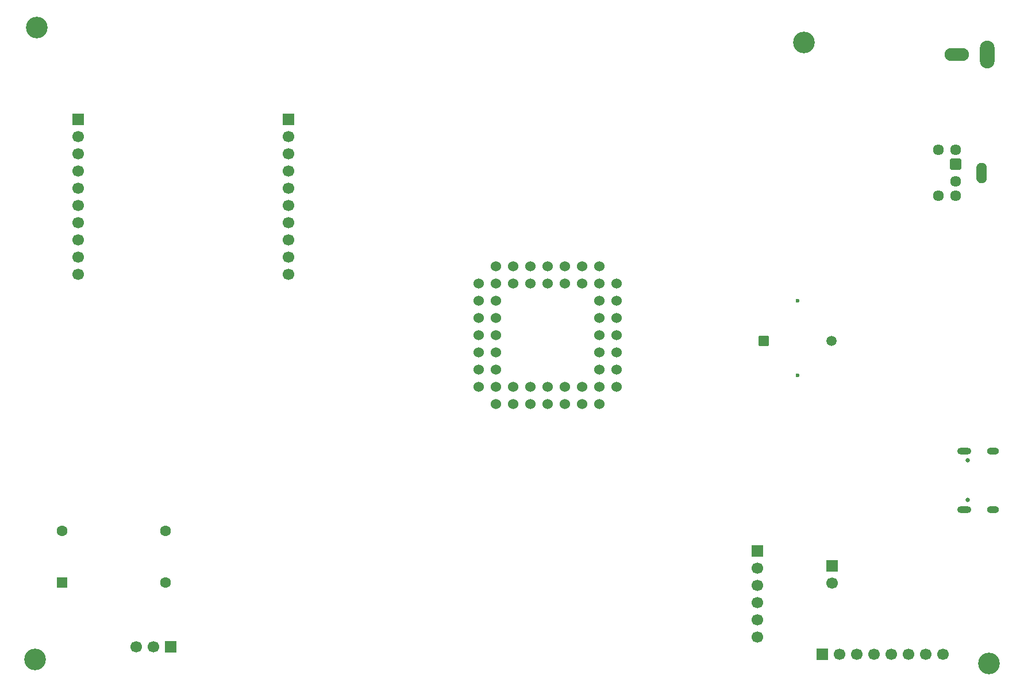
<source format=gbs>
G04 #@! TF.GenerationSoftware,KiCad,Pcbnew,9.0.1*
G04 #@! TF.CreationDate,2025-09-03T14:35:04-07:00*
G04 #@! TF.ProjectId,Project68,50726f6a-6563-4743-9638-2e6b69636164,rev?*
G04 #@! TF.SameCoordinates,Original*
G04 #@! TF.FileFunction,Soldermask,Bot*
G04 #@! TF.FilePolarity,Negative*
%FSLAX46Y46*%
G04 Gerber Fmt 4.6, Leading zero omitted, Abs format (unit mm)*
G04 Created by KiCad (PCBNEW 9.0.1) date 2025-09-03 14:35:04*
%MOMM*%
%LPD*%
G01*
G04 APERTURE LIST*
G04 Aperture macros list*
%AMRoundRect*
0 Rectangle with rounded corners*
0 $1 Rounding radius*
0 $2 $3 $4 $5 $6 $7 $8 $9 X,Y pos of 4 corners*
0 Add a 4 corners polygon primitive as box body*
4,1,4,$2,$3,$4,$5,$6,$7,$8,$9,$2,$3,0*
0 Add four circle primitives for the rounded corners*
1,1,$1+$1,$2,$3*
1,1,$1+$1,$4,$5*
1,1,$1+$1,$6,$7*
1,1,$1+$1,$8,$9*
0 Add four rect primitives between the rounded corners*
20,1,$1+$1,$2,$3,$4,$5,0*
20,1,$1+$1,$4,$5,$6,$7,0*
20,1,$1+$1,$6,$7,$8,$9,0*
20,1,$1+$1,$8,$9,$2,$3,0*%
G04 Aperture macros list end*
%ADD10C,0.010000*%
%ADD11R,1.700000X1.700000*%
%ADD12C,1.700000*%
%ADD13C,3.200000*%
%ADD14O,2.154000X4.104000*%
%ADD15O,3.604000X1.904000*%
%ADD16C,0.600000*%
%ADD17C,1.511200*%
%ADD18RoundRect,0.101600X0.654000X0.654000X-0.654000X0.654000X-0.654000X-0.654000X0.654000X-0.654000X0*%
%ADD19C,0.650000*%
%ADD20O,2.100000X1.000000*%
%ADD21O,1.800000X1.000000*%
%ADD22R,1.600000X1.600000*%
%ADD23C,1.600000*%
%ADD24C,1.524800*%
%ADD25RoundRect,0.102000X0.704000X-0.704000X0.704000X0.704000X-0.704000X0.704000X-0.704000X-0.704000X0*%
%ADD26C,1.612000*%
G04 APERTURE END LIST*
D10*
G04 #@! TO.C,J2*
X229433000Y-62971000D02*
X229471000Y-62974000D01*
X229508000Y-62979000D01*
X229545000Y-62986000D01*
X229581000Y-62994000D01*
X229617000Y-63005000D01*
X229652000Y-63017000D01*
X229687000Y-63032000D01*
X229721000Y-63048000D01*
X229753000Y-63066000D01*
X229785000Y-63085000D01*
X229816000Y-63107000D01*
X229846000Y-63129000D01*
X229874000Y-63154000D01*
X229902000Y-63179000D01*
X229927000Y-63207000D01*
X229952000Y-63235000D01*
X229974000Y-63265000D01*
X229996000Y-63296000D01*
X230015000Y-63328000D01*
X230033000Y-63360000D01*
X230049000Y-63394000D01*
X230064000Y-63429000D01*
X230076000Y-63464000D01*
X230087000Y-63500000D01*
X230095000Y-63536000D01*
X230102000Y-63573000D01*
X230107000Y-63610000D01*
X230110000Y-63648000D01*
X230111000Y-63685000D01*
X230111000Y-64435000D01*
X230111000Y-65185000D01*
X230110000Y-65222000D01*
X230107000Y-65260000D01*
X230102000Y-65297000D01*
X230095000Y-65334000D01*
X230087000Y-65370000D01*
X230076000Y-65406000D01*
X230064000Y-65441000D01*
X230049000Y-65476000D01*
X230033000Y-65510000D01*
X230015000Y-65542000D01*
X229996000Y-65574000D01*
X229974000Y-65605000D01*
X229952000Y-65635000D01*
X229927000Y-65663000D01*
X229902000Y-65691000D01*
X229874000Y-65716000D01*
X229846000Y-65741000D01*
X229816000Y-65763000D01*
X229785000Y-65785000D01*
X229753000Y-65804000D01*
X229721000Y-65822000D01*
X229687000Y-65838000D01*
X229652000Y-65853000D01*
X229617000Y-65865000D01*
X229581000Y-65876000D01*
X229545000Y-65884000D01*
X229508000Y-65891000D01*
X229471000Y-65896000D01*
X229433000Y-65899000D01*
X229396000Y-65900000D01*
X229359000Y-65899000D01*
X229321000Y-65896000D01*
X229284000Y-65891000D01*
X229247000Y-65884000D01*
X229211000Y-65876000D01*
X229175000Y-65865000D01*
X229140000Y-65853000D01*
X229105000Y-65838000D01*
X229071000Y-65822000D01*
X229039000Y-65804000D01*
X229007000Y-65785000D01*
X228976000Y-65763000D01*
X228946000Y-65741000D01*
X228918000Y-65716000D01*
X228890000Y-65691000D01*
X228865000Y-65663000D01*
X228840000Y-65635000D01*
X228818000Y-65605000D01*
X228796000Y-65574000D01*
X228777000Y-65542000D01*
X228759000Y-65510000D01*
X228743000Y-65476000D01*
X228728000Y-65441000D01*
X228716000Y-65406000D01*
X228705000Y-65370000D01*
X228697000Y-65334000D01*
X228690000Y-65297000D01*
X228685000Y-65260000D01*
X228682000Y-65222000D01*
X228681000Y-65185000D01*
X228681000Y-64435000D01*
X228681000Y-63685000D01*
X228682000Y-63648000D01*
X228685000Y-63610000D01*
X228690000Y-63573000D01*
X228697000Y-63536000D01*
X228705000Y-63500000D01*
X228716000Y-63464000D01*
X228728000Y-63429000D01*
X228743000Y-63394000D01*
X228759000Y-63360000D01*
X228777000Y-63328000D01*
X228796000Y-63296000D01*
X228818000Y-63265000D01*
X228840000Y-63235000D01*
X228865000Y-63207000D01*
X228890000Y-63179000D01*
X228918000Y-63154000D01*
X228946000Y-63129000D01*
X228976000Y-63107000D01*
X229007000Y-63085000D01*
X229039000Y-63066000D01*
X229071000Y-63048000D01*
X229105000Y-63032000D01*
X229140000Y-63017000D01*
X229175000Y-63005000D01*
X229211000Y-62994000D01*
X229247000Y-62986000D01*
X229284000Y-62979000D01*
X229321000Y-62974000D01*
X229359000Y-62971000D01*
X229396000Y-62970000D01*
X229433000Y-62971000D01*
G36*
X229433000Y-62971000D02*
G01*
X229471000Y-62974000D01*
X229508000Y-62979000D01*
X229545000Y-62986000D01*
X229581000Y-62994000D01*
X229617000Y-63005000D01*
X229652000Y-63017000D01*
X229687000Y-63032000D01*
X229721000Y-63048000D01*
X229753000Y-63066000D01*
X229785000Y-63085000D01*
X229816000Y-63107000D01*
X229846000Y-63129000D01*
X229874000Y-63154000D01*
X229902000Y-63179000D01*
X229927000Y-63207000D01*
X229952000Y-63235000D01*
X229974000Y-63265000D01*
X229996000Y-63296000D01*
X230015000Y-63328000D01*
X230033000Y-63360000D01*
X230049000Y-63394000D01*
X230064000Y-63429000D01*
X230076000Y-63464000D01*
X230087000Y-63500000D01*
X230095000Y-63536000D01*
X230102000Y-63573000D01*
X230107000Y-63610000D01*
X230110000Y-63648000D01*
X230111000Y-63685000D01*
X230111000Y-64435000D01*
X230111000Y-65185000D01*
X230110000Y-65222000D01*
X230107000Y-65260000D01*
X230102000Y-65297000D01*
X230095000Y-65334000D01*
X230087000Y-65370000D01*
X230076000Y-65406000D01*
X230064000Y-65441000D01*
X230049000Y-65476000D01*
X230033000Y-65510000D01*
X230015000Y-65542000D01*
X229996000Y-65574000D01*
X229974000Y-65605000D01*
X229952000Y-65635000D01*
X229927000Y-65663000D01*
X229902000Y-65691000D01*
X229874000Y-65716000D01*
X229846000Y-65741000D01*
X229816000Y-65763000D01*
X229785000Y-65785000D01*
X229753000Y-65804000D01*
X229721000Y-65822000D01*
X229687000Y-65838000D01*
X229652000Y-65853000D01*
X229617000Y-65865000D01*
X229581000Y-65876000D01*
X229545000Y-65884000D01*
X229508000Y-65891000D01*
X229471000Y-65896000D01*
X229433000Y-65899000D01*
X229396000Y-65900000D01*
X229359000Y-65899000D01*
X229321000Y-65896000D01*
X229284000Y-65891000D01*
X229247000Y-65884000D01*
X229211000Y-65876000D01*
X229175000Y-65865000D01*
X229140000Y-65853000D01*
X229105000Y-65838000D01*
X229071000Y-65822000D01*
X229039000Y-65804000D01*
X229007000Y-65785000D01*
X228976000Y-65763000D01*
X228946000Y-65741000D01*
X228918000Y-65716000D01*
X228890000Y-65691000D01*
X228865000Y-65663000D01*
X228840000Y-65635000D01*
X228818000Y-65605000D01*
X228796000Y-65574000D01*
X228777000Y-65542000D01*
X228759000Y-65510000D01*
X228743000Y-65476000D01*
X228728000Y-65441000D01*
X228716000Y-65406000D01*
X228705000Y-65370000D01*
X228697000Y-65334000D01*
X228690000Y-65297000D01*
X228685000Y-65260000D01*
X228682000Y-65222000D01*
X228681000Y-65185000D01*
X228681000Y-64435000D01*
X228681000Y-63685000D01*
X228682000Y-63648000D01*
X228685000Y-63610000D01*
X228690000Y-63573000D01*
X228697000Y-63536000D01*
X228705000Y-63500000D01*
X228716000Y-63464000D01*
X228728000Y-63429000D01*
X228743000Y-63394000D01*
X228759000Y-63360000D01*
X228777000Y-63328000D01*
X228796000Y-63296000D01*
X228818000Y-63265000D01*
X228840000Y-63235000D01*
X228865000Y-63207000D01*
X228890000Y-63179000D01*
X228918000Y-63154000D01*
X228946000Y-63129000D01*
X228976000Y-63107000D01*
X229007000Y-63085000D01*
X229039000Y-63066000D01*
X229071000Y-63048000D01*
X229105000Y-63032000D01*
X229140000Y-63017000D01*
X229175000Y-63005000D01*
X229211000Y-62994000D01*
X229247000Y-62986000D01*
X229284000Y-62979000D01*
X229321000Y-62974000D01*
X229359000Y-62971000D01*
X229396000Y-62970000D01*
X229433000Y-62971000D01*
G37*
G04 #@! TD*
D11*
G04 #@! TO.C,J9*
X196371000Y-120260000D03*
D12*
X196371000Y-122800000D03*
X196371000Y-125340000D03*
X196371000Y-127880000D03*
X196371000Y-130420000D03*
X196371000Y-132960000D03*
G04 #@! TD*
D13*
G04 #@! TO.C,H3*
X230500000Y-136865000D03*
G04 #@! TD*
D14*
G04 #@! TO.C,J1*
X230250000Y-47000000D03*
D15*
X225750000Y-47000000D03*
G04 #@! TD*
D16*
G04 #@! TO.C,BZ1*
X202346000Y-94285000D03*
X202346000Y-83285000D03*
D17*
X207346000Y-89285000D03*
D18*
X197346000Y-89285000D03*
G04 #@! TD*
D19*
G04 #@! TO.C,J5*
X227416000Y-112670000D03*
X227416000Y-106890000D03*
D20*
X226916000Y-114100000D03*
D21*
X231096000Y-114100000D03*
D20*
X226916000Y-105460000D03*
D21*
X231096000Y-105460000D03*
G04 #@! TD*
D22*
G04 #@! TO.C,Y1*
X93951000Y-124920000D03*
D23*
X109191000Y-124920000D03*
X109191000Y-117300000D03*
X93951000Y-117300000D03*
G04 #@! TD*
D13*
G04 #@! TO.C,H1*
X90250000Y-43000000D03*
G04 #@! TD*
D11*
G04 #@! TO.C,J4*
X109921000Y-134360000D03*
D12*
X107381000Y-134360000D03*
X104841000Y-134360000D03*
G04 #@! TD*
D13*
G04 #@! TO.C,H4*
X203250000Y-45250000D03*
G04 #@! TD*
D11*
G04 #@! TO.C,J8*
X205941000Y-135485000D03*
D12*
X208481000Y-135485000D03*
X211021000Y-135485000D03*
X213561000Y-135485000D03*
X216101000Y-135485000D03*
X218641000Y-135485000D03*
X221181000Y-135485000D03*
X223721000Y-135485000D03*
G04 #@! TD*
D11*
G04 #@! TO.C,J11*
X127346000Y-56535000D03*
D12*
X127346000Y-59075000D03*
X127346000Y-61615000D03*
X127346000Y-64155000D03*
X127346000Y-66695000D03*
X127346000Y-69235000D03*
X127346000Y-71775000D03*
X127346000Y-74315000D03*
X127346000Y-76855000D03*
X127346000Y-79395000D03*
G04 #@! TD*
D11*
G04 #@! TO.C,J6*
X207371000Y-122435000D03*
D12*
X207371000Y-124975000D03*
G04 #@! TD*
D11*
G04 #@! TO.C,J10*
X96346000Y-56535000D03*
D12*
X96346000Y-59075000D03*
X96346000Y-61615000D03*
X96346000Y-64155000D03*
X96346000Y-66695000D03*
X96346000Y-69235000D03*
X96346000Y-71775000D03*
X96346000Y-74315000D03*
X96346000Y-76855000D03*
X96346000Y-79395000D03*
G04 #@! TD*
D13*
G04 #@! TO.C,H2*
X90000000Y-136250000D03*
G04 #@! TD*
D24*
G04 #@! TO.C,IC1*
X165471000Y-98520000D03*
X165471000Y-95980000D03*
X168011000Y-98520000D03*
X168011000Y-95980000D03*
X170551000Y-98520000D03*
X170551000Y-95980000D03*
X173091000Y-98520000D03*
X175631000Y-95980000D03*
X173091000Y-95980000D03*
X175631000Y-93440000D03*
X173091000Y-93440000D03*
X175631000Y-90900000D03*
X173091000Y-90900000D03*
X175631000Y-88360000D03*
X173091000Y-88360000D03*
X175631000Y-85820000D03*
X173091000Y-85820000D03*
X175631000Y-83280000D03*
X173091000Y-83280000D03*
X175631000Y-80740000D03*
X173091000Y-78200000D03*
X173091000Y-80740000D03*
X170551000Y-78200000D03*
X170551000Y-80740000D03*
X168011000Y-78200000D03*
X168011000Y-80740000D03*
X165471000Y-78200000D03*
X165471000Y-80740000D03*
X162931000Y-78200000D03*
X162931000Y-80740000D03*
X160391000Y-78200000D03*
X160391000Y-80740000D03*
X157851000Y-78200000D03*
X155311000Y-80740000D03*
X157851000Y-80740000D03*
X155311000Y-83280000D03*
X157851000Y-83280000D03*
X155311000Y-85820000D03*
X157851000Y-85820000D03*
X155311000Y-88360000D03*
X157851000Y-88360000D03*
X155311000Y-90900000D03*
X157851000Y-90900000D03*
X157851000Y-93440000D03*
X155311000Y-93440000D03*
X155311000Y-95980000D03*
X157851000Y-98520000D03*
X157851000Y-95980000D03*
X160391000Y-98520000D03*
X160391000Y-95980000D03*
X162931000Y-98520000D03*
X162931000Y-95980000D03*
G04 #@! TD*
D25*
G04 #@! TO.C,J2*
X225596000Y-63135000D03*
D26*
X225596000Y-65735000D03*
X225596000Y-61035000D03*
X225596000Y-67835000D03*
X223096000Y-61035000D03*
X223096000Y-67835000D03*
G04 #@! TD*
M02*

</source>
